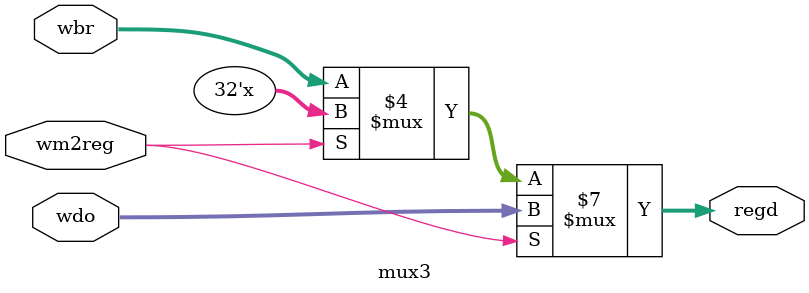
<source format=v>
`timescale 1ns / 1ps

module top(clrn, clk, start, led);
    input clrn; 
    input clk;
    input start;
    output led;
    
    wire [31:0] pc;
    wire [31:0] do;
    wire [31:0] inst;
    wire wreg;
    wire m2reg;
    wire wmem;
    wire [3:0] aluc;
    wire aluimm;
    wire regrt;
    wire [4:0] wr;
    wire [31:0] qa;
    wire [31:0] qb;
    wire [31:0] extend;
    wire ewreg;
    wire em2reg;
    wire ewmem;
    wire [3:0] ealuc;
    wire ealuimm;
    wire [4:0] ewr;
    wire [31:0] eqa;
    wire [31:0] eqb;
    wire [31:0] eextend;
    wire [31:0] di;
    wire mwmem;
    wire [31:0] mdo;
    wire [31:0] balu;
    wire [31:0] ralu;
    wire mwreg; 
    wire mm2reg; 
    wire [4:0] mwr; 
    wire [31:0] mr;
    wire wwreg;
    wire wm2reg; 
    wire [4:0] wwr;
    wire [31:0] wbr; 
    wire [31:0] wdo;
    wire [31:0] regd;
    wire stall;
    

    reg_pc program_counter (start, stall, clrn, clk, pc, led);
            
    im instruction_memory (pc, do);
            
    reg_if_id if_id (stall, clrn, clk, do, inst);
            
    control cu (inst[31:26], inst[5:0], regrt, wreg, m2reg, wmem, aluc, aluimm);
        
    mux1 destination_reg (inst[15:11], inst[20:16], regrt, wr);
        
    sign_extend extension (inst[15:0], extend);
            
    register_file reg_file (clrn, clk, wwreg, inst[25:21], inst[20:16], wwr, regd, qa, qb); 
            
    reg_id_exe id_exe (clrn, clk, wreg, m2reg, wmem, aluc, aluimm, wr, qa, qb, extend, ewreg, em2reg, ewmem, ealuc, ealuimm, ewr, eqa, eqb, eextend);
        
    mux2 alu_mux (eqb, eextend, ealuimm, balu);
            
    alu alu_unit (eqa, balu, ealuc, ralu);
            
    reg_exe_mem exe_mem (clrn, clk, ewreg, em2reg, ewmem, ewr, ralu, eqb, mwreg, mm2reg, mwmem, mwr, mr, di);
            
    data_mem data_memory (mr, di, mwmem, mdo);
            
    reg_mem_wb mem_wb (clrn, clk, mwreg, mm2reg, mwr, mr, mdo, wwreg, wm2reg, wwr, wbr, wdo);
            
    mux3 wb_mux (wbr, wdo, wm2reg, regd);
            
    hdu hazard (inst[25:21], inst[20:16], ewr, mwr, stall);

endmodule

module reg_pc (start, stall, clrn, clk, pc, led);
    input start;
    input stall;
    input clrn;
    input wire clk;
    output reg [31:0] pc; 
    output reg led;
    
    always @(start) begin
        if (start == 1) begin
            pc = 0;
            led = 0;
        end
    end
 
    always @(posedge clk) begin
        if (stall == 1) begin
            pc[31:0] = pc[31:0];
        end
        else begin
            pc[31:0] = pc[31:0] + 32'd4;
        end
        if (pc > 00001124) begin
            led = 0;
        end
    end

endmodule

module hdu (rs, rt, ewr, mwr, stall);
    input [4:0] rs; 
    input [4:0] rt;
    input [4:0] ewr;
    input [4:0] mwr;
    output reg stall;
    
    initial begin
        stall = 0;
    end
    
    always @(*) begin
        if (rs == ewr) begin
            stall = 1;
        end
        else if (rt == ewr) begin
            stall = 1;
        end
        else if (rs == mwr) begin
            stall = 1;
        end
        else if (rt == mwr) begin
            stall = 1;
        end
        else begin
            stall = 0;
        end
    end

endmodule

module im (pc, do);
    input [31:0] pc;
    reg [31:0] im [500:0];
    output reg [31:0] do;

    initial begin
        im[400] = 32'b00000000001000100001100000100000;
        im[404] = 32'b00000001001000110010000000100010;
        im[408] = 32'b00000000011010010010100000100101;
        im[412] = 32'b00000000011010010011000000100110;
        im[416] = 32'b00000000011010010011100000100100;
    end

    always @(pc) begin
        do = im[pc];
    end
    
endmodule

//
module reg_if_id (stall, clrn, clk, do, inst);
    input stall, clrn, clk;
    input [31:0] do;
    output reg [31:0] inst;
    
    always @(posedge clk) begin
        if (stall == 1) begin
            inst = inst;
        end 
        else begin
            inst = do;
        end
    end 
    
endmodule

//
module control (op, func, regrt, wreg, m2reg, wmem, aluc, aluimm);
    input [5:0] op;
    input [5:0] func;
    output reg regrt, wreg, m2reg, wmem, aluimm;
    output reg [3:0] aluc;
    
    always @(*) begin
        if (op == 6'b000000) begin
            // to be implemented
            if (func == 6'b100000) begin
                regrt = 0; 
                wreg = 1; 
                m2reg = 0; 
                wmem = 0; 
                aluimm = 0;
                aluc = 4'b0010;
            end
            else if (func == 6'b100010) begin
                regrt = 0; 
                wreg = 1; 
                m2reg = 0; 
                wmem = 0; 
                aluimm = 0;
                aluc = 4'b0110;
            end
            else if (func == 6'b100100) begin
                regrt = 0; 
                wreg = 1; 
                m2reg = 0; 
                wmem = 0; 
                aluimm = 0;
                aluc = 4'b0000;
            end
            else if (func == 6'b100101) begin
                regrt = 0; 
                wreg = 1; 
                m2reg = 0; 
                wmem = 0; 
                aluimm = 0;
                aluc = 4'b0001;                
            end
            else if (func == 6'b100110) begin
                regrt = 0; 
                wreg = 1; 
                m2reg = 0; 
                wmem = 0; 
                aluimm = 0;
                aluc = 4'b0011;
            end            
            else if (func == 6'b000000) begin
            end
            else if (func == 6'b000010) begin
            end
            else if (func == 6'b000011) begin
            end
            else if (func == 6'b001000) begin
            end
        end
        // other instructions to be implemented
        // instruction of interest is lw
        else if (op == 6'b100011) begin
            regrt = 1; 
            wreg = 1; 
            m2reg = 1; 
            wmem = 0; 
            aluimm = 1;
            aluc = 4'b0010;
        end
    end
endmodule

//
module mux1 (rd, rt, regrt, wr);
    input [4:0] rd;
    input [4:0] rt;
    input regrt;
    output reg [4:0] wr;
    
    always@(*) begin
        if (regrt == 1) begin
            wr <= rt;
        end
        else begin
            wr <= rd;
        end
    end
endmodule

//
module sign_extend (imm, extend);
    input [15:0] imm;
    output reg [31:0] extend;
    
    always @(*) begin
        extend[31:0] = { {16{imm[15]}}, imm[15:0] };
    end
endmodule    

//
module register_file (clrn, clk, wwreg, rs, rt, wwr, regd, qa, qb);
    input clrn, clk;
    input wwreg;
    input [4:0] rs;
    input [4:0] rt;
    input [4:0] wwr;
    input [31:0] regd;
    reg [31:0] rf [31:0];
    output reg [31:0] qa;
    output reg [31:0] qb;

    initial begin
        rf[0] = 'h00000000;
        rf[1] = 'hA00000AA;
        rf[2] = 'h10000011;
        rf[3] = 'h20000022;    
        rf[4] = 'h30000033;
        rf[5] = 'h40000044;
        rf[6] = 'h50000055;
        rf[7] = 'h60000066;
        rf[8] = 'h70000077;
        rf[9] = 'h80000088;
        rf[10] = 'h90000099;
    end

    always @(*) begin
        if (wwreg == 1) begin
            rf[wwr] = regd;
        end
        qa = rf[rs];
        qb = rf[rt];
    end
    
endmodule

//
module reg_id_exe (clrn, clk, wreg, m2reg, wmem, aluc, aluimm, wr, qa, qb, extend, 
ewreg, em2reg, ewmem, ealuc, ealuimm, ewr, eqa, eqb, eextend);
    input clrn, clk;
    input wreg, m2reg, wmem;
    input [3:0] aluc;
    input aluimm;
    input [4:0] wr;
    input [31:0] qa;
    input [31:0] qb;
    input [31:0] extend; 
    output reg ewreg, em2reg, ewmem;
    output reg [3:0] ealuc;
    output reg ealuimm;
    output reg [4:0] ewr;
    output reg [31:0] eqa;
    output reg [31:0] eqb;
    output reg [31:0] eextend;
        
    always @(posedge clk) begin
        ewreg = wreg;
        em2reg = m2reg;
        ewmem = wmem;
        ealuc = aluc;
        ealuimm = aluimm;
        ewr = wr;
        eqa = qa;
        eqb = qb;
        eextend = extend;
    end 
    
endmodule
    
//    
module mux2 (eqb, eextend, ealuimm, balu);
        input [31:0] eqb;
        input [31:0] eextend;
        input ealuimm;
        output reg [31:0] balu;
        
        always@(*) begin
            if (ealuimm == 1) begin
                balu <= eextend;
            end
            else if (ealuimm == 0) begin
                balu <= eqb;
            end
        end
   
endmodule 

module alu (eqa, balu, ealuc, ralu);

    input [31:0] eqa;
    input [31:0] balu;
    input [3:0] ealuc;
    output reg [31:0] ralu;
    
    always@(*) begin
        if (ealuc == 0) begin
            ralu = eqa & balu;
        end
        else if (ealuc == 1) begin
            ralu = eqa | balu;
        end
        else if (ealuc == 2) begin
            //ralu = 2;
            ralu = eqa + balu;
        end
        else if (ealuc == 3) begin
            ralu = eqa ^ balu;
        end
        else if (ealuc == 6) begin
            ralu = eqa - balu;
        end
        else if (ealuc == 4'b0111) begin
        end
        else if (ealuc == 4'b1100) begin
        end     
    end
    
endmodule

//
module reg_exe_mem (clrn, clk, ewreg, em2reg, ewmem, ewr, ralu, eqb, 
mwreg, mm2reg, mwmem, mwr, mr, di);
    
    input clrn, clk;
    input ewreg, em2reg, ewmem;
    input [4:0] ewr;
    input [31:0] ralu;
    input [31:0] eqb;
    output reg mwreg, mm2reg, mwmem;
    output reg [4:0] mwr;
    output reg [31:0] mr;
    output reg [31:0] di;
        
    always @(posedge clk) begin
        mwreg = ewreg;
        mm2reg = em2reg;
        mwmem = ewmem;
        mwr = ewr;
        mr = ralu;
        di = eqb;
    end 
    
endmodule

module data_mem (mr, di, mwmem, mdo);
    input [31:0] mr;
    input [31:0] di;
    input mwmem;
    reg [31:0] dm [128:0];
    output reg [31:0] mdo;
    
    initial begin
        dm[0] = 'h00000000;
        dm[4] = 'hA00000AA;
        dm[8] = 'h10000011;
        dm[12] = 'h20000022;    
        dm[16] = 'h30000033;
        dm[20] = 'h40000044;
        dm[24] = 'h50000055;
        dm[28] = 'h60000066;
        dm[32] = 'h70000077;
        dm[36] = 'h80000088;
        dm[40] = 'h90000099;
    end

    always @(*) begin
        if (mwmem == 0) begin
            mdo = dm[mr];
        end
        mdo = dm[mr];
        if (mwmem == 1) begin
            dm[di] = dm[mr];
        end
    end
    
endmodule

//
module reg_mem_wb (clrn, clk, mwreg, mm2reg, mwr, mr, mdo, 
wwreg, wm2reg, wwr, wbr, wdo);
    
    input clrn, clk;
    input mwreg, mm2reg;
    input [4:0] mwr;
    input [31:0] mr;
    input [31:0] mdo;
    output reg wwreg, wm2reg;
    output reg [4:0] wwr;
    output reg [31:0] wbr;
    output reg [31:0] wdo;
        
    always @(posedge clk) begin
        wwreg = mwreg;
        wm2reg = mm2reg;
        wwr = mwr;
        wbr = mr;
        wdo = mdo;
    end 
    
endmodule

module mux3 (wbr, wdo, wm2reg, regd);
        input [31:0] wbr;
        input [31:0] wdo;
        input wm2reg;
        output reg [31:0] regd;
        
        always@(*) begin
            if (wm2reg == 1) begin
                regd <= wdo;
            end
            else if (wm2reg == 0) begin
                regd <= wbr;
            end
        end
   
endmodule

</source>
